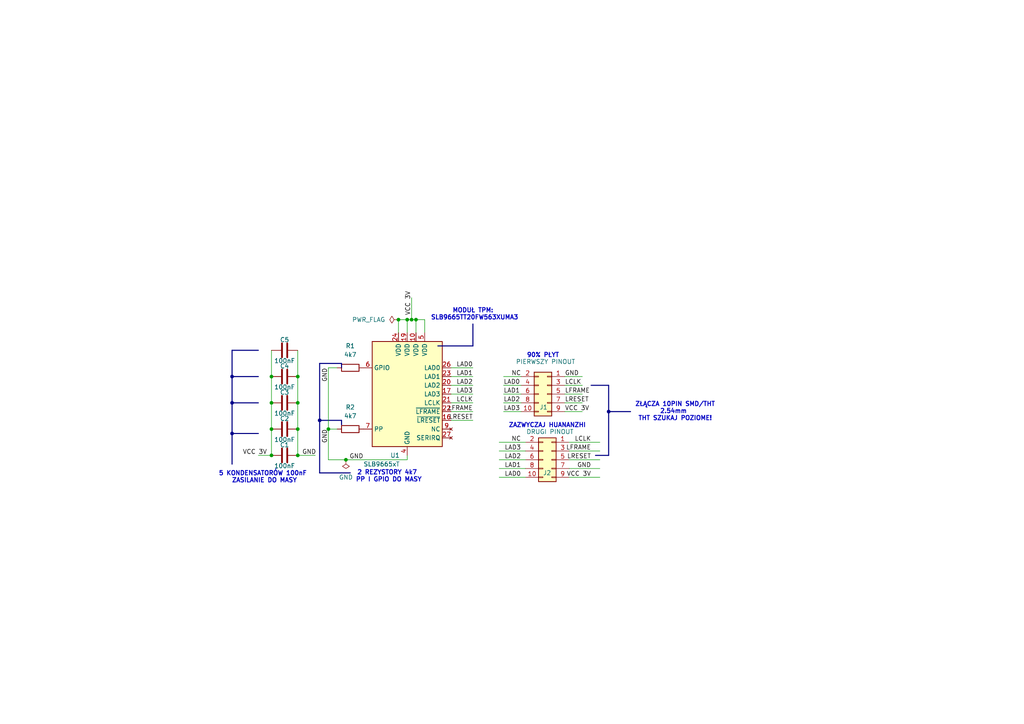
<source format=kicad_sch>
(kicad_sch
	(version 20250114)
	(generator "eeschema")
	(generator_version "9.0")
	(uuid "1181f1c3-1f6e-490b-9843-a31cbee11685")
	(paper "A4")
	(lib_symbols
		(symbol "Connector_Generic:Conn_02x05_Odd_Even"
			(pin_names
				(offset 1.016)
				(hide yes)
			)
			(exclude_from_sim no)
			(in_bom yes)
			(on_board yes)
			(property "Reference" "J"
				(at 1.27 7.62 0)
				(effects
					(font
						(size 1.27 1.27)
					)
				)
			)
			(property "Value" "Conn_02x05_Odd_Even"
				(at 1.27 -7.62 0)
				(effects
					(font
						(size 1.27 1.27)
					)
				)
			)
			(property "Footprint" ""
				(at 0 0 0)
				(effects
					(font
						(size 1.27 1.27)
					)
					(hide yes)
				)
			)
			(property "Datasheet" "~"
				(at 0 0 0)
				(effects
					(font
						(size 1.27 1.27)
					)
					(hide yes)
				)
			)
			(property "Description" "Generic connector, double row, 02x05, odd/even pin numbering scheme (row 1 odd numbers, row 2 even numbers), script generated (kicad-library-utils/schlib/autogen/connector/)"
				(at 0 0 0)
				(effects
					(font
						(size 1.27 1.27)
					)
					(hide yes)
				)
			)
			(property "ki_keywords" "connector"
				(at 0 0 0)
				(effects
					(font
						(size 1.27 1.27)
					)
					(hide yes)
				)
			)
			(property "ki_fp_filters" "Connector*:*_2x??_*"
				(at 0 0 0)
				(effects
					(font
						(size 1.27 1.27)
					)
					(hide yes)
				)
			)
			(symbol "Conn_02x05_Odd_Even_1_1"
				(rectangle
					(start -1.27 6.35)
					(end 3.81 -6.35)
					(stroke
						(width 0.254)
						(type default)
					)
					(fill
						(type background)
					)
				)
				(rectangle
					(start -1.27 5.207)
					(end 0 4.953)
					(stroke
						(width 0.1524)
						(type default)
					)
					(fill
						(type none)
					)
				)
				(rectangle
					(start -1.27 2.667)
					(end 0 2.413)
					(stroke
						(width 0.1524)
						(type default)
					)
					(fill
						(type none)
					)
				)
				(rectangle
					(start -1.27 0.127)
					(end 0 -0.127)
					(stroke
						(width 0.1524)
						(type default)
					)
					(fill
						(type none)
					)
				)
				(rectangle
					(start -1.27 -2.413)
					(end 0 -2.667)
					(stroke
						(width 0.1524)
						(type default)
					)
					(fill
						(type none)
					)
				)
				(rectangle
					(start -1.27 -4.953)
					(end 0 -5.207)
					(stroke
						(width 0.1524)
						(type default)
					)
					(fill
						(type none)
					)
				)
				(rectangle
					(start 3.81 5.207)
					(end 2.54 4.953)
					(stroke
						(width 0.1524)
						(type default)
					)
					(fill
						(type none)
					)
				)
				(rectangle
					(start 3.81 2.667)
					(end 2.54 2.413)
					(stroke
						(width 0.1524)
						(type default)
					)
					(fill
						(type none)
					)
				)
				(rectangle
					(start 3.81 0.127)
					(end 2.54 -0.127)
					(stroke
						(width 0.1524)
						(type default)
					)
					(fill
						(type none)
					)
				)
				(rectangle
					(start 3.81 -2.413)
					(end 2.54 -2.667)
					(stroke
						(width 0.1524)
						(type default)
					)
					(fill
						(type none)
					)
				)
				(rectangle
					(start 3.81 -4.953)
					(end 2.54 -5.207)
					(stroke
						(width 0.1524)
						(type default)
					)
					(fill
						(type none)
					)
				)
				(pin passive line
					(at -5.08 5.08 0)
					(length 3.81)
					(name "Pin_1"
						(effects
							(font
								(size 1.27 1.27)
							)
						)
					)
					(number "1"
						(effects
							(font
								(size 1.27 1.27)
							)
						)
					)
				)
				(pin passive line
					(at -5.08 2.54 0)
					(length 3.81)
					(name "Pin_3"
						(effects
							(font
								(size 1.27 1.27)
							)
						)
					)
					(number "3"
						(effects
							(font
								(size 1.27 1.27)
							)
						)
					)
				)
				(pin passive line
					(at -5.08 0 0)
					(length 3.81)
					(name "Pin_5"
						(effects
							(font
								(size 1.27 1.27)
							)
						)
					)
					(number "5"
						(effects
							(font
								(size 1.27 1.27)
							)
						)
					)
				)
				(pin passive line
					(at -5.08 -2.54 0)
					(length 3.81)
					(name "Pin_7"
						(effects
							(font
								(size 1.27 1.27)
							)
						)
					)
					(number "7"
						(effects
							(font
								(size 1.27 1.27)
							)
						)
					)
				)
				(pin passive line
					(at -5.08 -5.08 0)
					(length 3.81)
					(name "Pin_9"
						(effects
							(font
								(size 1.27 1.27)
							)
						)
					)
					(number "9"
						(effects
							(font
								(size 1.27 1.27)
							)
						)
					)
				)
				(pin passive line
					(at 7.62 5.08 180)
					(length 3.81)
					(name "Pin_2"
						(effects
							(font
								(size 1.27 1.27)
							)
						)
					)
					(number "2"
						(effects
							(font
								(size 1.27 1.27)
							)
						)
					)
				)
				(pin passive line
					(at 7.62 2.54 180)
					(length 3.81)
					(name "Pin_4"
						(effects
							(font
								(size 1.27 1.27)
							)
						)
					)
					(number "4"
						(effects
							(font
								(size 1.27 1.27)
							)
						)
					)
				)
				(pin passive line
					(at 7.62 0 180)
					(length 3.81)
					(name "Pin_6"
						(effects
							(font
								(size 1.27 1.27)
							)
						)
					)
					(number "6"
						(effects
							(font
								(size 1.27 1.27)
							)
						)
					)
				)
				(pin passive line
					(at 7.62 -2.54 180)
					(length 3.81)
					(name "Pin_8"
						(effects
							(font
								(size 1.27 1.27)
							)
						)
					)
					(number "8"
						(effects
							(font
								(size 1.27 1.27)
							)
						)
					)
				)
				(pin passive line
					(at 7.62 -5.08 180)
					(length 3.81)
					(name "Pin_10"
						(effects
							(font
								(size 1.27 1.27)
							)
						)
					)
					(number "10"
						(effects
							(font
								(size 1.27 1.27)
							)
						)
					)
				)
			)
			(embedded_fonts no)
		)
		(symbol "Device:C"
			(pin_numbers
				(hide yes)
			)
			(pin_names
				(offset 0.254)
			)
			(exclude_from_sim no)
			(in_bom yes)
			(on_board yes)
			(property "Reference" "C"
				(at 0.635 2.54 0)
				(effects
					(font
						(size 1.27 1.27)
					)
					(justify left)
				)
			)
			(property "Value" "C"
				(at 0.635 -2.54 0)
				(effects
					(font
						(size 1.27 1.27)
					)
					(justify left)
				)
			)
			(property "Footprint" ""
				(at 0.9652 -3.81 0)
				(effects
					(font
						(size 1.27 1.27)
					)
					(hide yes)
				)
			)
			(property "Datasheet" "~"
				(at 0 0 0)
				(effects
					(font
						(size 1.27 1.27)
					)
					(hide yes)
				)
			)
			(property "Description" "Unpolarized capacitor"
				(at 0 0 0)
				(effects
					(font
						(size 1.27 1.27)
					)
					(hide yes)
				)
			)
			(property "ki_keywords" "cap capacitor"
				(at 0 0 0)
				(effects
					(font
						(size 1.27 1.27)
					)
					(hide yes)
				)
			)
			(property "ki_fp_filters" "C_*"
				(at 0 0 0)
				(effects
					(font
						(size 1.27 1.27)
					)
					(hide yes)
				)
			)
			(symbol "C_0_1"
				(polyline
					(pts
						(xy -2.032 0.762) (xy 2.032 0.762)
					)
					(stroke
						(width 0.508)
						(type default)
					)
					(fill
						(type none)
					)
				)
				(polyline
					(pts
						(xy -2.032 -0.762) (xy 2.032 -0.762)
					)
					(stroke
						(width 0.508)
						(type default)
					)
					(fill
						(type none)
					)
				)
			)
			(symbol "C_1_1"
				(pin passive line
					(at 0 3.81 270)
					(length 2.794)
					(name "~"
						(effects
							(font
								(size 1.27 1.27)
							)
						)
					)
					(number "1"
						(effects
							(font
								(size 1.27 1.27)
							)
						)
					)
				)
				(pin passive line
					(at 0 -3.81 90)
					(length 2.794)
					(name "~"
						(effects
							(font
								(size 1.27 1.27)
							)
						)
					)
					(number "2"
						(effects
							(font
								(size 1.27 1.27)
							)
						)
					)
				)
			)
			(embedded_fonts no)
		)
		(symbol "Device:R"
			(pin_numbers
				(hide yes)
			)
			(pin_names
				(offset 0)
			)
			(exclude_from_sim no)
			(in_bom yes)
			(on_board yes)
			(property "Reference" "R"
				(at 2.032 0 90)
				(effects
					(font
						(size 1.27 1.27)
					)
				)
			)
			(property "Value" "R"
				(at 0 0 90)
				(effects
					(font
						(size 1.27 1.27)
					)
				)
			)
			(property "Footprint" ""
				(at -1.778 0 90)
				(effects
					(font
						(size 1.27 1.27)
					)
					(hide yes)
				)
			)
			(property "Datasheet" "~"
				(at 0 0 0)
				(effects
					(font
						(size 1.27 1.27)
					)
					(hide yes)
				)
			)
			(property "Description" "Resistor"
				(at 0 0 0)
				(effects
					(font
						(size 1.27 1.27)
					)
					(hide yes)
				)
			)
			(property "ki_keywords" "R res resistor"
				(at 0 0 0)
				(effects
					(font
						(size 1.27 1.27)
					)
					(hide yes)
				)
			)
			(property "ki_fp_filters" "R_*"
				(at 0 0 0)
				(effects
					(font
						(size 1.27 1.27)
					)
					(hide yes)
				)
			)
			(symbol "R_0_1"
				(rectangle
					(start -1.016 -2.54)
					(end 1.016 2.54)
					(stroke
						(width 0.254)
						(type default)
					)
					(fill
						(type none)
					)
				)
			)
			(symbol "R_1_1"
				(pin passive line
					(at 0 3.81 270)
					(length 1.27)
					(name "~"
						(effects
							(font
								(size 1.27 1.27)
							)
						)
					)
					(number "1"
						(effects
							(font
								(size 1.27 1.27)
							)
						)
					)
				)
				(pin passive line
					(at 0 -3.81 90)
					(length 1.27)
					(name "~"
						(effects
							(font
								(size 1.27 1.27)
							)
						)
					)
					(number "2"
						(effects
							(font
								(size 1.27 1.27)
							)
						)
					)
				)
			)
			(embedded_fonts no)
		)
		(symbol "Interface:SLB9665xT"
			(exclude_from_sim no)
			(in_bom yes)
			(on_board yes)
			(property "Reference" "U1"
				(at 2.1433 -17.78 0)
				(effects
					(font
						(size 1.27 1.27)
					)
					(justify left)
				)
			)
			(property "Value" "SLB9665xT"
				(at 2.1433 -20.32 0)
				(effects
					(font
						(size 1.27 1.27)
					)
					(justify left)
				)
			)
			(property "Footprint" "Package_SO:TSSOP-28_4.4x9.7mm_P0.65mm"
				(at 1.27 -16.51 0)
				(effects
					(font
						(size 1.27 1.27)
					)
					(justify left)
					(hide yes)
				)
			)
			(property "Datasheet" "https://www.infineon.com/dgdl/Infineon-data-sheet-SLB9665_2.0_Rev1.2-DS-v01_02-EN.pdf?fileId=5546d462689a790c016929d1d3054feb"
				(at 1.27 -19.05 0)
				(effects
					(font
						(size 1.27 1.27)
					)
					(justify left)
					(hide yes)
				)
			)
			(property "Description" "Trusted Platform Module 2.0 with Low Pin Count interface, TSSOP-28"
				(at -0.508 0 0)
				(effects
					(font
						(size 1.27 1.27)
					)
					(hide yes)
				)
			)
			(property "ki_keywords" "TPM LPC"
				(at 0 0 0)
				(effects
					(font
						(size 1.27 1.27)
					)
					(hide yes)
				)
			)
			(property "ki_fp_filters" "TSSOP*4.4x9.7mm*P0.65mm*"
				(at 0 0 0)
				(effects
					(font
						(size 1.27 1.27)
					)
					(hide yes)
				)
			)
			(symbol "SLB9665xT_0_0"
				(pin tri_state line
					(at -12.7 7.62 0)
					(length 2.54)
					(name "LAD0"
						(effects
							(font
								(size 1.27 1.27)
							)
						)
					)
					(number "26"
						(effects
							(font
								(size 1.27 1.27)
							)
						)
					)
				)
				(pin tri_state line
					(at -12.7 5.08 0)
					(length 2.54)
					(name "LAD1"
						(effects
							(font
								(size 1.27 1.27)
							)
						)
					)
					(number "23"
						(effects
							(font
								(size 1.27 1.27)
							)
						)
					)
				)
				(pin tri_state line
					(at -12.7 2.54 0)
					(length 2.54)
					(name "LAD2"
						(effects
							(font
								(size 1.27 1.27)
							)
						)
					)
					(number "20"
						(effects
							(font
								(size 1.27 1.27)
							)
						)
					)
				)
				(pin tri_state line
					(at -12.7 0 0)
					(length 2.54)
					(name "LAD3"
						(effects
							(font
								(size 1.27 1.27)
							)
						)
					)
					(number "17"
						(effects
							(font
								(size 1.27 1.27)
							)
						)
					)
				)
				(pin input line
					(at -12.7 -2.54 0)
					(length 2.54)
					(name "LCLK"
						(effects
							(font
								(size 1.27 1.27)
							)
						)
					)
					(number "21"
						(effects
							(font
								(size 1.27 1.27)
							)
						)
					)
				)
				(pin input line
					(at -12.7 -5.08 0)
					(length 2.54)
					(name "~{LFRAME}"
						(effects
							(font
								(size 1.27 1.27)
							)
						)
					)
					(number "22"
						(effects
							(font
								(size 1.27 1.27)
							)
						)
					)
				)
				(pin input line
					(at -12.7 -7.62 0)
					(length 2.54)
					(name "~{LRESET}"
						(effects
							(font
								(size 1.27 1.27)
							)
						)
					)
					(number "16"
						(effects
							(font
								(size 1.27 1.27)
							)
						)
					)
				)
				(pin no_connect line
					(at -12.7 -10.16 0)
					(length 2.54)
					(name "NC"
						(effects
							(font
								(size 1.27 1.27)
							)
						)
					)
					(number "9"
						(effects
							(font
								(size 1.27 1.27)
							)
						)
					)
				)
				(pin no_connect line
					(at -10.16 10.16 0)
					(length 2.54)
					(hide yes)
					(name "NC"
						(effects
							(font
								(size 1.27 1.27)
							)
						)
					)
					(number "1"
						(effects
							(font
								(size 1.27 1.27)
							)
						)
					)
				)
				(pin power_in line
					(at -5.08 17.78 270)
					(length 2.54)
					(name "VDD"
						(effects
							(font
								(size 1.27 1.27)
							)
						)
					)
					(number "5"
						(effects
							(font
								(size 1.27 1.27)
							)
						)
					)
				)
				(pin power_in line
					(at -2.54 17.78 270)
					(length 2.54)
					(name "VDD"
						(effects
							(font
								(size 1.27 1.27)
							)
						)
					)
					(number "10"
						(effects
							(font
								(size 1.27 1.27)
							)
						)
					)
				)
				(pin power_in line
					(at 0 17.78 270)
					(length 2.54)
					(name "VDD"
						(effects
							(font
								(size 1.27 1.27)
							)
						)
					)
					(number "19"
						(effects
							(font
								(size 1.27 1.27)
							)
						)
					)
				)
				(pin passive line
					(at 0 -17.78 90)
					(length 2.54)
					(hide yes)
					(name "GND"
						(effects
							(font
								(size 1.27 1.27)
							)
						)
					)
					(number "11"
						(effects
							(font
								(size 1.27 1.27)
							)
						)
					)
				)
				(pin passive line
					(at 0 -17.78 90)
					(length 2.54)
					(hide yes)
					(name "GND"
						(effects
							(font
								(size 1.27 1.27)
							)
						)
					)
					(number "18"
						(effects
							(font
								(size 1.27 1.27)
							)
						)
					)
				)
				(pin passive line
					(at 0 -17.78 90)
					(length 2.54)
					(hide yes)
					(name "GND"
						(effects
							(font
								(size 1.27 1.27)
							)
						)
					)
					(number "25"
						(effects
							(font
								(size 1.27 1.27)
							)
						)
					)
				)
				(pin power_in line
					(at 0 -17.78 90)
					(length 2.54)
					(name "GND"
						(effects
							(font
								(size 1.27 1.27)
							)
						)
					)
					(number "4"
						(effects
							(font
								(size 1.27 1.27)
							)
						)
					)
				)
				(pin power_in line
					(at 2.54 17.78 270)
					(length 2.54)
					(name "VDD"
						(effects
							(font
								(size 1.27 1.27)
							)
						)
					)
					(number "24"
						(effects
							(font
								(size 1.27 1.27)
							)
						)
					)
				)
				(pin no_connect line
					(at 10.16 12.7 180)
					(length 2.54)
					(hide yes)
					(name "NC"
						(effects
							(font
								(size 1.27 1.27)
							)
						)
					)
					(number "2"
						(effects
							(font
								(size 1.27 1.27)
							)
						)
					)
				)
				(pin no_connect line
					(at 10.16 10.16 180)
					(length 2.54)
					(hide yes)
					(name "NC"
						(effects
							(font
								(size 1.27 1.27)
							)
						)
					)
					(number "3"
						(effects
							(font
								(size 1.27 1.27)
							)
						)
					)
				)
				(pin no_connect line
					(at 10.16 5.08 180)
					(length 2.54)
					(hide yes)
					(name "NC"
						(effects
							(font
								(size 1.27 1.27)
							)
						)
					)
					(number "8"
						(effects
							(font
								(size 1.27 1.27)
							)
						)
					)
				)
				(pin no_connect line
					(at 10.16 2.54 180)
					(length 2.54)
					(hide yes)
					(name "NC"
						(effects
							(font
								(size 1.27 1.27)
							)
						)
					)
					(number "12"
						(effects
							(font
								(size 1.27 1.27)
							)
						)
					)
				)
				(pin no_connect line
					(at 10.16 0 180)
					(length 2.54)
					(hide yes)
					(name "NC"
						(effects
							(font
								(size 1.27 1.27)
							)
						)
					)
					(number "13"
						(effects
							(font
								(size 1.27 1.27)
							)
						)
					)
				)
				(pin no_connect line
					(at 10.16 -2.54 180)
					(length 2.54)
					(hide yes)
					(name "NC"
						(effects
							(font
								(size 1.27 1.27)
							)
						)
					)
					(number "14"
						(effects
							(font
								(size 1.27 1.27)
							)
						)
					)
				)
				(pin no_connect line
					(at 10.16 -5.08 180)
					(length 2.54)
					(hide yes)
					(name "NC"
						(effects
							(font
								(size 1.27 1.27)
							)
						)
					)
					(number "15"
						(effects
							(font
								(size 1.27 1.27)
							)
						)
					)
				)
				(pin no_connect line
					(at 10.16 -7.62 180)
					(length 2.54)
					(hide yes)
					(name "NC"
						(effects
							(font
								(size 1.27 1.27)
							)
						)
					)
					(number "28"
						(effects
							(font
								(size 1.27 1.27)
							)
						)
					)
				)
				(pin input line
					(at 12.7 -10.16 180)
					(length 2.54)
					(name "PP"
						(effects
							(font
								(size 1.27 1.27)
							)
						)
					)
					(number "7"
						(effects
							(font
								(size 1.27 1.27)
							)
						)
					)
				)
			)
			(symbol "SLB9665xT_1_0"
				(pin no_connect line
					(at -12.7 -12.7 0)
					(length 2.54)
					(name "SERIRQ"
						(effects
							(font
								(size 1.27 1.27)
							)
						)
					)
					(number "27"
						(effects
							(font
								(size 1.27 1.27)
							)
						)
					)
				)
				(pin bidirectional line
					(at 12.7 7.62 180)
					(length 2.54)
					(name "GPIO"
						(effects
							(font
								(size 1.27 1.27)
							)
						)
					)
					(number "6"
						(effects
							(font
								(size 1.27 1.27)
							)
						)
					)
				)
			)
			(symbol "SLB9665xT_1_1"
				(rectangle
					(start -10.16 15.24)
					(end 10.16 -15.24)
					(stroke
						(width 0.254)
						(type default)
					)
					(fill
						(type background)
					)
				)
			)
			(embedded_fonts no)
		)
		(symbol "power:PWR_FLAG"
			(power)
			(pin_numbers
				(hide yes)
			)
			(pin_names
				(offset 0)
				(hide yes)
			)
			(exclude_from_sim no)
			(in_bom yes)
			(on_board yes)
			(property "Reference" "#FLG"
				(at 0 1.905 0)
				(effects
					(font
						(size 1.27 1.27)
					)
					(hide yes)
				)
			)
			(property "Value" "PWR_FLAG"
				(at 0 3.81 0)
				(effects
					(font
						(size 1.27 1.27)
					)
				)
			)
			(property "Footprint" ""
				(at 0 0 0)
				(effects
					(font
						(size 1.27 1.27)
					)
					(hide yes)
				)
			)
			(property "Datasheet" "~"
				(at 0 0 0)
				(effects
					(font
						(size 1.27 1.27)
					)
					(hide yes)
				)
			)
			(property "Description" "Special symbol for telling ERC where power comes from"
				(at 0 0 0)
				(effects
					(font
						(size 1.27 1.27)
					)
					(hide yes)
				)
			)
			(property "ki_keywords" "flag power"
				(at 0 0 0)
				(effects
					(font
						(size 1.27 1.27)
					)
					(hide yes)
				)
			)
			(symbol "PWR_FLAG_0_0"
				(pin power_out line
					(at 0 0 90)
					(length 0)
					(name "~"
						(effects
							(font
								(size 1.27 1.27)
							)
						)
					)
					(number "1"
						(effects
							(font
								(size 1.27 1.27)
							)
						)
					)
				)
			)
			(symbol "PWR_FLAG_0_1"
				(polyline
					(pts
						(xy 0 0) (xy 0 1.27) (xy -1.016 1.905) (xy 0 2.54) (xy 1.016 1.905) (xy 0 1.27)
					)
					(stroke
						(width 0)
						(type default)
					)
					(fill
						(type none)
					)
				)
			)
			(embedded_fonts no)
		)
	)
	(text "ZŁĄCZA 10PIN SMD/THT\n2.54mm \nTHT SZUKAJ POZIOME!"
		(exclude_from_sim no)
		(at 195.834 119.38 0)
		(effects
			(font
				(size 1.27 1.27)
				(thickness 0.254)
				(bold yes)
			)
		)
		(uuid "35338100-6fb9-4b12-b7c4-208da7b4b3ff")
	)
	(text "2 REZYSTORY 4k7 \nPP I GPIO DO MASY"
		(exclude_from_sim no)
		(at 112.776 138.176 0)
		(effects
			(font
				(size 1.27 1.27)
				(thickness 0.254)
				(bold yes)
			)
		)
		(uuid "65e59660-c7e9-4eef-a824-ef4ca366e154")
	)
	(text "5 KONDENSATORÓW 100nF \nZASILANIE DO MASY"
		(exclude_from_sim no)
		(at 76.708 138.43 0)
		(effects
			(font
				(size 1.27 1.27)
				(thickness 0.254)
				(bold yes)
			)
		)
		(uuid "72bc4452-ad35-41cc-88f9-3d50e20d6ee0")
	)
	(text "MODUŁ TPM: \nSLB9665TT20FW563XUMA3"
		(exclude_from_sim no)
		(at 137.668 91.186 0)
		(effects
			(font
				(size 1.27 1.27)
				(thickness 0.254)
				(bold yes)
			)
		)
		(uuid "b9172127-8888-4049-8ef5-813c0dd52729")
	)
	(text "ZAZWYCZAJ HUANANZHI"
		(exclude_from_sim no)
		(at 158.75 123.444 0)
		(effects
			(font
				(size 1.27 1.27)
				(thickness 0.254)
				(bold yes)
			)
		)
		(uuid "cf99e529-9806-48f8-b6f4-839b60e3bc32")
	)
	(text "90% PŁYT \n"
		(exclude_from_sim no)
		(at 157.988 103.124 0)
		(effects
			(font
				(size 1.27 1.27)
				(thickness 0.254)
				(bold yes)
			)
		)
		(uuid "f4cf80de-45e1-46cf-8155-0bbfd85c91e5")
	)
	(junction
		(at 78.74 109.22)
		(diameter 0)
		(color 0 0 0 0)
		(uuid "092cb506-bf04-4852-bf70-0992be34c3fe")
	)
	(junction
		(at 176.53 119.38)
		(diameter 0)
		(color 0 0 0 0)
		(uuid "11d8a7b4-1a71-44e3-b028-e69237238830")
	)
	(junction
		(at 118.11 92.71)
		(diameter 0)
		(color 0 0 0 0)
		(uuid "1b118480-523e-4a71-ae9a-7325783aea6e")
	)
	(junction
		(at 86.36 124.46)
		(diameter 0)
		(color 0 0 0 0)
		(uuid "28d6e741-6f93-4bae-ab25-2a50fba83fbc")
	)
	(junction
		(at 86.36 109.22)
		(diameter 0)
		(color 0 0 0 0)
		(uuid "2da9b801-15ef-4fae-94d8-5bf4e980db25")
	)
	(junction
		(at 100.33 133.35)
		(diameter 0)
		(color 0 0 0 0)
		(uuid "5f762ac6-a3f2-4710-b5fb-67657570ed01")
	)
	(junction
		(at 86.36 116.84)
		(diameter 0)
		(color 0 0 0 0)
		(uuid "652c13cd-c134-429d-bc00-7a1fabe92b30")
	)
	(junction
		(at 78.74 124.46)
		(diameter 0)
		(color 0 0 0 0)
		(uuid "729fa0de-23e8-4536-876e-6428bf6de76c")
	)
	(junction
		(at 67.31 109.22)
		(diameter 0)
		(color 0 0 0 0)
		(uuid "7706d2f7-424e-41fc-8beb-99f7e2980b4d")
	)
	(junction
		(at 120.65 92.71)
		(diameter 0)
		(color 0 0 0 0)
		(uuid "8c5b1ef1-b9ba-4dac-8e5e-fd55df139049")
	)
	(junction
		(at 78.74 116.84)
		(diameter 0)
		(color 0 0 0 0)
		(uuid "a1ea5a9d-837c-42e7-a6b6-247c8f67ca71")
	)
	(junction
		(at 86.36 132.08)
		(diameter 0)
		(color 0 0 0 0)
		(uuid "b96ae434-4ec0-4582-a1d4-b1ca2362882f")
	)
	(junction
		(at 95.25 124.46)
		(diameter 0)
		(color 0 0 0 0)
		(uuid "d4a9391f-1b1e-49c4-ae26-704f5e675a21")
	)
	(junction
		(at 115.57 92.71)
		(diameter 0)
		(color 0 0 0 0)
		(uuid "e1352abc-5ae0-4640-863e-a0fa96bc0a6c")
	)
	(junction
		(at 92.71 121.92)
		(diameter 0)
		(color 0 0 0 0)
		(uuid "e13e2817-3da4-43b9-9a97-051d576dcbc6")
	)
	(junction
		(at 78.74 132.08)
		(diameter 0)
		(color 0 0 0 0)
		(uuid "e40dc978-c460-4bea-b3fb-c912576077c9")
	)
	(junction
		(at 119.38 92.71)
		(diameter 0)
		(color 0 0 0 0)
		(uuid "e5c98640-ed53-4032-9316-0239026bad1f")
	)
	(junction
		(at 67.31 116.84)
		(diameter 0)
		(color 0 0 0 0)
		(uuid "eb7fb734-a20f-4ec7-9a14-1a2e720c683a")
	)
	(junction
		(at 67.31 125.73)
		(diameter 0)
		(color 0 0 0 0)
		(uuid "f9c452ba-7b9d-47e8-b413-f29a46efac0b")
	)
	(bus
		(pts
			(xy 92.71 137.16) (xy 92.71 121.92)
		)
		(stroke
			(width 0)
			(type default)
		)
		(uuid "005a0e89-8309-4b5f-9459-eade99f78f09")
	)
	(wire
		(pts
			(xy 118.11 133.35) (xy 118.11 132.08)
		)
		(stroke
			(width 0)
			(type default)
		)
		(uuid "05fef0a6-3c34-47b8-a8c7-c5dca8dda67b")
	)
	(wire
		(pts
			(xy 163.83 114.3) (xy 168.91 114.3)
		)
		(stroke
			(width 0)
			(type default)
		)
		(uuid "0765e549-2875-462f-9f72-d970c2db33f9")
	)
	(bus
		(pts
			(xy 182.88 119.38) (xy 176.53 119.38)
		)
		(stroke
			(width 0)
			(type default)
		)
		(uuid "078b998a-7e05-4298-aca1-d5856be8d257")
	)
	(wire
		(pts
			(xy 144.78 128.27) (xy 152.4 128.27)
		)
		(stroke
			(width 0)
			(type default)
		)
		(uuid "116cc716-8a50-455c-b917-0b1b6e9d181f")
	)
	(wire
		(pts
			(xy 78.74 116.84) (xy 78.74 124.46)
		)
		(stroke
			(width 0)
			(type default)
		)
		(uuid "11cb6626-a851-4151-b195-b5d3bb16d304")
	)
	(bus
		(pts
			(xy 99.06 121.92) (xy 99.06 123.19)
		)
		(stroke
			(width 0)
			(type default)
		)
		(uuid "12299c74-568f-4432-a800-48c831b74181")
	)
	(wire
		(pts
			(xy 146.05 119.38) (xy 151.13 119.38)
		)
		(stroke
			(width 0)
			(type default)
		)
		(uuid "15052b1e-1a79-4a95-a16f-7d140b549ae4")
	)
	(bus
		(pts
			(xy 172.72 132.08) (xy 176.53 132.08)
		)
		(stroke
			(width 0)
			(type default)
		)
		(uuid "1903662a-fa61-439d-aea6-ffedfec6d17d")
	)
	(bus
		(pts
			(xy 67.31 134.62) (xy 67.31 125.73)
		)
		(stroke
			(width 0)
			(type default)
		)
		(uuid "1fc74191-1134-4102-86d9-af4be0ce358d")
	)
	(wire
		(pts
			(xy 78.74 124.46) (xy 78.74 132.08)
		)
		(stroke
			(width 0)
			(type default)
		)
		(uuid "21d9b41a-b330-4eac-9d49-22c1b1086a25")
	)
	(wire
		(pts
			(xy 130.81 114.3) (xy 137.16 114.3)
		)
		(stroke
			(width 0)
			(type default)
		)
		(uuid "24bbc9ed-0e18-4b72-9607-3682a86b24a0")
	)
	(bus
		(pts
			(xy 92.71 105.41) (xy 99.06 105.41)
		)
		(stroke
			(width 0)
			(type default)
		)
		(uuid "27e2f4cd-c99c-4a99-ab72-bdbddc271f85")
	)
	(wire
		(pts
			(xy 120.65 92.71) (xy 120.65 96.52)
		)
		(stroke
			(width 0)
			(type default)
		)
		(uuid "2a33ef16-2f05-4013-ad17-94e7e56dea43")
	)
	(bus
		(pts
			(xy 99.06 105.41) (xy 99.06 106.68)
		)
		(stroke
			(width 0)
			(type default)
		)
		(uuid "2a41a7d3-ffca-43d0-9ea8-8fad28226e41")
	)
	(wire
		(pts
			(xy 86.36 132.08) (xy 91.44 132.08)
		)
		(stroke
			(width 0)
			(type default)
		)
		(uuid "2af093e0-e3c8-4751-b9e9-e7220b5746fe")
	)
	(wire
		(pts
			(xy 165.1 130.81) (xy 173.99 130.81)
		)
		(stroke
			(width 0)
			(type default)
		)
		(uuid "36196ee2-13a8-49b6-88c0-f23467bfc895")
	)
	(wire
		(pts
			(xy 163.83 109.22) (xy 168.91 109.22)
		)
		(stroke
			(width 0)
			(type default)
		)
		(uuid "38176d9d-4797-4527-8b4d-9f8aec1faebd")
	)
	(bus
		(pts
			(xy 101.6 137.16) (xy 92.71 137.16)
		)
		(stroke
			(width 0)
			(type default)
		)
		(uuid "3ab3b046-299d-4c4a-87c6-6005dcb1402b")
	)
	(wire
		(pts
			(xy 130.81 119.38) (xy 137.16 119.38)
		)
		(stroke
			(width 0)
			(type default)
		)
		(uuid "3e509a9f-8768-4649-8caf-7fa2f4d65377")
	)
	(bus
		(pts
			(xy 67.31 101.6) (xy 74.93 101.6)
		)
		(stroke
			(width 0)
			(type default)
		)
		(uuid "3ed68a2c-1e41-4aa2-9ba0-31e136255ccb")
	)
	(wire
		(pts
			(xy 100.33 133.35) (xy 118.11 133.35)
		)
		(stroke
			(width 0)
			(type default)
		)
		(uuid "3f579e93-a190-4cf2-8fdc-de353e0c7377")
	)
	(wire
		(pts
			(xy 86.36 124.46) (xy 86.36 132.08)
		)
		(stroke
			(width 0)
			(type default)
		)
		(uuid "41decd5a-c822-4964-93cf-269d450d6c8a")
	)
	(bus
		(pts
			(xy 137.16 93.98) (xy 137.16 100.33)
		)
		(stroke
			(width 0)
			(type default)
		)
		(uuid "445376e0-373b-47e2-a5d2-0c26eb3a853c")
	)
	(bus
		(pts
			(xy 92.71 121.92) (xy 99.06 121.92)
		)
		(stroke
			(width 0)
			(type default)
		)
		(uuid "481a914c-1e46-444b-8622-5e2b0ba9246a")
	)
	(wire
		(pts
			(xy 165.1 138.43) (xy 173.99 138.43)
		)
		(stroke
			(width 0)
			(type default)
		)
		(uuid "48e04f48-436d-4d94-af23-0a96993ad9c2")
	)
	(wire
		(pts
			(xy 119.38 86.36) (xy 119.38 92.71)
		)
		(stroke
			(width 0)
			(type default)
		)
		(uuid "4c39de6d-5256-4ae3-9d3b-25a900ffc5b2")
	)
	(wire
		(pts
			(xy 130.81 111.76) (xy 137.16 111.76)
		)
		(stroke
			(width 0)
			(type default)
		)
		(uuid "56aef086-8168-4ea4-b3e7-9974d5553c06")
	)
	(bus
		(pts
			(xy 67.31 125.73) (xy 74.93 125.73)
		)
		(stroke
			(width 0)
			(type default)
		)
		(uuid "60a497d7-5392-4fac-9f2f-b9d6d73c5705")
	)
	(bus
		(pts
			(xy 92.71 121.92) (xy 92.71 105.41)
		)
		(stroke
			(width 0)
			(type default)
		)
		(uuid "642a9253-2532-45ce-be54-0286d29c7050")
	)
	(bus
		(pts
			(xy 171.45 111.76) (xy 176.53 111.76)
		)
		(stroke
			(width 0)
			(type default)
		)
		(uuid "658bf521-e3d1-4e0b-9f6f-a80ce378d33a")
	)
	(wire
		(pts
			(xy 146.05 116.84) (xy 151.13 116.84)
		)
		(stroke
			(width 0)
			(type default)
		)
		(uuid "680266e7-2757-4c73-8d45-69fe1d4d64ac")
	)
	(wire
		(pts
			(xy 168.91 111.76) (xy 163.83 111.76)
		)
		(stroke
			(width 0)
			(type default)
		)
		(uuid "6810f06d-070b-4359-a8dd-1a0e7ac1d49c")
	)
	(wire
		(pts
			(xy 119.38 92.71) (xy 120.65 92.71)
		)
		(stroke
			(width 0)
			(type default)
		)
		(uuid "69d4c33c-ce9f-4975-a46b-c176f59891be")
	)
	(wire
		(pts
			(xy 163.83 119.38) (xy 168.91 119.38)
		)
		(stroke
			(width 0)
			(type default)
		)
		(uuid "6b0d4689-aa56-42fd-8a50-5b5c860137c6")
	)
	(wire
		(pts
			(xy 144.78 135.89) (xy 152.4 135.89)
		)
		(stroke
			(width 0)
			(type default)
		)
		(uuid "726ced58-7e58-45b7-9c3b-be935916114a")
	)
	(wire
		(pts
			(xy 130.81 106.68) (xy 137.16 106.68)
		)
		(stroke
			(width 0)
			(type default)
		)
		(uuid "72eaaa03-e1c8-4a59-9526-9ce1fdba281c")
	)
	(wire
		(pts
			(xy 165.1 135.89) (xy 173.99 135.89)
		)
		(stroke
			(width 0)
			(type default)
		)
		(uuid "75075086-e149-4a3e-a8c3-56c0f56bc158")
	)
	(bus
		(pts
			(xy 67.31 125.73) (xy 67.31 116.84)
		)
		(stroke
			(width 0)
			(type default)
		)
		(uuid "75bfd74b-d3e8-4b9e-b465-ffeb83238f7b")
	)
	(bus
		(pts
			(xy 67.31 116.84) (xy 67.31 109.22)
		)
		(stroke
			(width 0)
			(type default)
		)
		(uuid "7a59016c-ac15-47cc-b506-3d1d73007c4e")
	)
	(wire
		(pts
			(xy 118.11 92.71) (xy 119.38 92.71)
		)
		(stroke
			(width 0)
			(type default)
		)
		(uuid "7bba7c54-58b5-42b9-913a-5e00b7efd3e9")
	)
	(bus
		(pts
			(xy 67.31 116.84) (xy 74.93 116.84)
		)
		(stroke
			(width 0)
			(type default)
		)
		(uuid "80cd72bd-cf3e-43c7-b8ef-1197a365a29f")
	)
	(wire
		(pts
			(xy 146.05 111.76) (xy 151.13 111.76)
		)
		(stroke
			(width 0)
			(type default)
		)
		(uuid "8561382d-3c47-4e84-842e-4e4b85991e03")
	)
	(wire
		(pts
			(xy 130.81 116.84) (xy 137.16 116.84)
		)
		(stroke
			(width 0)
			(type default)
		)
		(uuid "8703e5a0-7850-4f77-b9b3-4bed1d14cfc3")
	)
	(wire
		(pts
			(xy 144.78 133.35) (xy 152.4 133.35)
		)
		(stroke
			(width 0)
			(type default)
		)
		(uuid "8a6d6146-8813-47ce-9109-8737ebbf9738")
	)
	(bus
		(pts
			(xy 176.53 119.38) (xy 176.53 132.08)
		)
		(stroke
			(width 0)
			(type default)
		)
		(uuid "8b67f55b-d731-4347-a525-cf610480b8b4")
	)
	(wire
		(pts
			(xy 165.1 133.35) (xy 173.99 133.35)
		)
		(stroke
			(width 0)
			(type default)
		)
		(uuid "8e6a8118-a1c8-425e-b3c7-d4317a53f3ed")
	)
	(wire
		(pts
			(xy 144.78 138.43) (xy 152.4 138.43)
		)
		(stroke
			(width 0)
			(type default)
		)
		(uuid "979158cc-1ff4-4489-852a-ed61b001e60d")
	)
	(bus
		(pts
			(xy 127 100.33) (xy 137.16 100.33)
		)
		(stroke
			(width 0)
			(type default)
		)
		(uuid "9a41cb6b-f2b3-44c0-a777-9d0e2925f77a")
	)
	(bus
		(pts
			(xy 67.31 109.22) (xy 74.93 109.22)
		)
		(stroke
			(width 0)
			(type default)
		)
		(uuid "9edcaf13-89a2-45cb-ab03-7af1038d6eb1")
	)
	(wire
		(pts
			(xy 95.25 124.46) (xy 95.25 106.68)
		)
		(stroke
			(width 0)
			(type default)
		)
		(uuid "a945b931-3d45-498d-9905-f327679ed97f")
	)
	(wire
		(pts
			(xy 120.65 92.71) (xy 123.19 92.71)
		)
		(stroke
			(width 0)
			(type default)
		)
		(uuid "ae468846-905c-435d-9067-0a71128d0828")
	)
	(bus
		(pts
			(xy 67.31 109.22) (xy 67.31 101.6)
		)
		(stroke
			(width 0)
			(type default)
		)
		(uuid "b0719ed7-0f20-448a-84e7-bcdf115fb4ff")
	)
	(wire
		(pts
			(xy 144.78 130.81) (xy 152.4 130.81)
		)
		(stroke
			(width 0)
			(type default)
		)
		(uuid "b2c5dc33-86fa-42f3-889d-5b8a29365fb3")
	)
	(wire
		(pts
			(xy 86.36 101.6) (xy 86.36 109.22)
		)
		(stroke
			(width 0)
			(type default)
		)
		(uuid "b334339e-cefd-4167-a5e7-7f6422325cec")
	)
	(wire
		(pts
			(xy 146.05 114.3) (xy 151.13 114.3)
		)
		(stroke
			(width 0)
			(type default)
		)
		(uuid "b53de9f3-5721-485d-b452-88acbf7f9939")
	)
	(wire
		(pts
			(xy 118.11 92.71) (xy 118.11 96.52)
		)
		(stroke
			(width 0)
			(type default)
		)
		(uuid "b88990cf-cbd4-4be1-877e-ff60116d7f43")
	)
	(wire
		(pts
			(xy 95.25 133.35) (xy 95.25 124.46)
		)
		(stroke
			(width 0)
			(type default)
		)
		(uuid "c9fb17aa-00d0-457f-b29e-3cf424167a7d")
	)
	(wire
		(pts
			(xy 95.25 133.35) (xy 100.33 133.35)
		)
		(stroke
			(width 0)
			(type default)
		)
		(uuid "ca540e94-390b-4f3a-b6ac-90543372bcae")
	)
	(wire
		(pts
			(xy 86.36 109.22) (xy 86.36 116.84)
		)
		(stroke
			(width 0)
			(type default)
		)
		(uuid "db6b5008-830f-4d23-91e4-36733f4aeecf")
	)
	(bus
		(pts
			(xy 176.53 119.38) (xy 176.53 111.76)
		)
		(stroke
			(width 0)
			(type default)
		)
		(uuid "dbdbd61d-5dd9-491b-a9ef-334792976954")
	)
	(wire
		(pts
			(xy 130.81 109.22) (xy 137.16 109.22)
		)
		(stroke
			(width 0)
			(type default)
		)
		(uuid "dc4f9bde-7e79-45a7-88e3-d0dd8a96e997")
	)
	(wire
		(pts
			(xy 78.74 109.22) (xy 78.74 116.84)
		)
		(stroke
			(width 0)
			(type default)
		)
		(uuid "deb6ddae-26f7-4305-b722-51fe8dc0bee6")
	)
	(wire
		(pts
			(xy 78.74 101.6) (xy 78.74 109.22)
		)
		(stroke
			(width 0)
			(type default)
		)
		(uuid "e01a343b-8679-42d1-8f37-7f738d848387")
	)
	(wire
		(pts
			(xy 86.36 116.84) (xy 86.36 124.46)
		)
		(stroke
			(width 0)
			(type default)
		)
		(uuid "e4387491-7a82-4139-8896-09d2f660a4b7")
	)
	(wire
		(pts
			(xy 123.19 92.71) (xy 123.19 96.52)
		)
		(stroke
			(width 0)
			(type default)
		)
		(uuid "e4ca2df6-6ff4-40ee-833a-bef68ed7b2d7")
	)
	(wire
		(pts
			(xy 74.93 132.08) (xy 78.74 132.08)
		)
		(stroke
			(width 0)
			(type default)
		)
		(uuid "e5f8de45-c4cb-43ef-9cf9-6841539bd512")
	)
	(wire
		(pts
			(xy 165.1 128.27) (xy 173.99 128.27)
		)
		(stroke
			(width 0)
			(type default)
		)
		(uuid "e760ebb6-8e99-4c9c-a7cd-9a32bfa3bcde")
	)
	(wire
		(pts
			(xy 95.25 106.68) (xy 97.79 106.68)
		)
		(stroke
			(width 0)
			(type default)
		)
		(uuid "e8697faf-f0e9-484c-b1c1-d38034daeef0")
	)
	(wire
		(pts
			(xy 115.57 92.71) (xy 118.11 92.71)
		)
		(stroke
			(width 0)
			(type default)
		)
		(uuid "e98c8bbb-e166-41e3-8df0-7752fca23769")
	)
	(wire
		(pts
			(xy 146.05 109.22) (xy 151.13 109.22)
		)
		(stroke
			(width 0)
			(type default)
		)
		(uuid "ead6885d-887c-45ab-82e3-3dacf2453501")
	)
	(wire
		(pts
			(xy 130.81 121.92) (xy 137.16 121.92)
		)
		(stroke
			(width 0)
			(type default)
		)
		(uuid "ee119a2a-b562-4c14-b5c3-869e19111f04")
	)
	(wire
		(pts
			(xy 115.57 96.52) (xy 115.57 92.71)
		)
		(stroke
			(width 0)
			(type default)
		)
		(uuid "fad22ea7-5aed-40aa-80e5-5c597e42c6e0")
	)
	(wire
		(pts
			(xy 168.91 116.84) (xy 163.83 116.84)
		)
		(stroke
			(width 0)
			(type default)
		)
		(uuid "fc9b7111-689d-4ccb-acc9-dbe6e62bd6d4")
	)
	(wire
		(pts
			(xy 97.79 124.46) (xy 95.25 124.46)
		)
		(stroke
			(width 0)
			(type default)
		)
		(uuid "fdc2ac56-45d1-4b11-b2f2-da4946676443")
	)
	(label "NC"
		(at 151.13 109.22 180)
		(effects
			(font
				(size 1.27 1.27)
			)
			(justify right bottom)
		)
		(uuid "0b976574-0e74-4de3-b382-260de7ecd51b")
	)
	(label "VCC 3V"
		(at 171.45 138.43 180)
		(effects
			(font
				(size 1.27 1.27)
			)
			(justify right bottom)
		)
		(uuid "1d21c280-afea-4512-8bf6-efa320c3d48d")
	)
	(label "LAD2"
		(at 146.05 116.84 0)
		(effects
			(font
				(size 1.27 1.27)
			)
			(justify left bottom)
		)
		(uuid "24d72739-a624-45ad-9d3e-005e835772db")
	)
	(label "LRESET"
		(at 137.16 121.92 180)
		(effects
			(font
				(size 1.27 1.27)
			)
			(justify right bottom)
		)
		(uuid "2dc32e96-c991-479c-ad4e-cdfacea3c4a8")
	)
	(label "LAD1"
		(at 151.13 135.89 180)
		(effects
			(font
				(size 1.27 1.27)
			)
			(justify right bottom)
		)
		(uuid "2de7d2da-ec54-422e-8b14-3d2966ac4098")
	)
	(label "LAD3"
		(at 146.05 119.38 0)
		(effects
			(font
				(size 1.27 1.27)
			)
			(justify left bottom)
		)
		(uuid "30cba3d7-5abe-4a28-aedc-6ba10bfded97")
	)
	(label "LRESET"
		(at 171.45 133.35 180)
		(effects
			(font
				(size 1.27 1.27)
			)
			(justify right bottom)
		)
		(uuid "35459719-4c1d-4e6c-a1cf-dbf7659c2dee")
	)
	(label "VCC 3V"
		(at 163.83 119.38 0)
		(effects
			(font
				(size 1.27 1.27)
			)
			(justify left bottom)
		)
		(uuid "35836916-925d-4ea4-b838-e87e26dfeba8")
	)
	(label "LAD2"
		(at 137.16 111.76 180)
		(effects
			(font
				(size 1.27 1.27)
			)
			(justify right bottom)
		)
		(uuid "3e653abf-a4b4-43de-bdae-5be29e71e452")
	)
	(label "GND"
		(at 105.41 133.35 180)
		(effects
			(font
				(size 1.27 1.27)
			)
			(justify right bottom)
		)
		(uuid "3faff314-7a9e-4cd3-bdbd-b6522e409861")
	)
	(label "VCC 3V"
		(at 119.38 91.44 90)
		(effects
			(font
				(size 1.27 1.27)
			)
			(justify left bottom)
		)
		(uuid "41447e41-5b10-4420-9d3d-cab19f9abd4d")
	)
	(label "LFRAME"
		(at 137.16 119.38 180)
		(effects
			(font
				(size 1.27 1.27)
			)
			(justify right bottom)
		)
		(uuid "5f356065-55e8-4693-b8b1-0017785408ef")
	)
	(label "LAD3"
		(at 137.16 114.3 180)
		(effects
			(font
				(size 1.27 1.27)
			)
			(justify right bottom)
		)
		(uuid "5fabe242-ebd9-43d8-8709-b109314a45bb")
	)
	(label "GND"
		(at 95.25 106.68 270)
		(effects
			(font
				(size 1.27 1.27)
			)
			(justify right bottom)
		)
		(uuid "61c0bb41-be51-4f26-b937-b6bb4e67c4b5")
	)
	(label "LAD0"
		(at 146.05 111.76 0)
		(effects
			(font
				(size 1.27 1.27)
			)
			(justify left bottom)
		)
		(uuid "61db088c-28b3-47ab-948f-caa5422b9535")
	)
	(label "GND"
		(at 87.63 132.08 0)
		(effects
			(font
				(size 1.27 1.27)
			)
			(justify left bottom)
		)
		(uuid "627ef783-1b73-4915-b19f-3b0f5459e50b")
	)
	(label "LCLK"
		(at 171.45 128.27 180)
		(effects
			(font
				(size 1.27 1.27)
			)
			(justify right bottom)
		)
		(uuid "69de922e-ea6f-4dcb-92cb-7a09179d15aa")
	)
	(label "LAD3"
		(at 151.13 130.81 180)
		(effects
			(font
				(size 1.27 1.27)
			)
			(justify right bottom)
		)
		(uuid "70b0c331-276c-417c-80bf-1bd773ff4e2e")
	)
	(label "LCLK"
		(at 137.16 116.84 180)
		(effects
			(font
				(size 1.27 1.27)
			)
			(justify right bottom)
		)
		(uuid "70d73d8c-0d69-4f99-9db7-5546adf2a41a")
	)
	(label "GND"
		(at 163.83 109.22 0)
		(effects
			(font
				(size 1.27 1.27)
			)
			(justify left bottom)
		)
		(uuid "7449f330-f89f-42e4-84fe-999bbd90c4a9")
	)
	(label "LAD1"
		(at 146.05 114.3 0)
		(effects
			(font
				(size 1.27 1.27)
			)
			(justify left bottom)
		)
		(uuid "7ee732d9-e2d9-44d4-9b9a-965048830238")
	)
	(label "LFRAME"
		(at 163.83 114.3 0)
		(effects
			(font
				(size 1.27 1.27)
			)
			(justify left bottom)
		)
		(uuid "865ce59a-102f-468b-9e42-0809cd222760")
	)
	(label "NC"
		(at 151.13 128.27 180)
		(effects
			(font
				(size 1.27 1.27)
			)
			(justify right bottom)
		)
		(uuid "90f1f39e-6267-4da5-a3a7-7a1fc988c01c")
	)
	(label "LFRAME"
		(at 171.45 130.81 180)
		(effects
			(font
				(size 1.27 1.27)
			)
			(justify right bottom)
		)
		(uuid "95a6fe07-0f6b-4a14-92fc-23a02c8d4871")
	)
	(label "LAD2"
		(at 151.13 133.35 180)
		(effects
			(font
				(size 1.27 1.27)
			)
			(justify right bottom)
		)
		(uuid "a6e9a8fb-0ca3-4849-94c1-a07649dd0fea")
	)
	(label "VCC 3V"
		(at 77.47 132.08 180)
		(effects
			(font
				(size 1.27 1.27)
			)
			(justify right bottom)
		)
		(uuid "aa6f8a97-2c54-49fc-bd76-a0d73d9c48ff")
	)
	(label "LAD1"
		(at 137.16 109.22 180)
		(effects
			(font
				(size 1.27 1.27)
			)
			(justify right bottom)
		)
		(uuid "ac4a3eae-e192-447a-85f7-c1ca75e99aaa")
	)
	(label "LRESET"
		(at 163.83 116.84 0)
		(effects
			(font
				(size 1.27 1.27)
			)
			(justify left bottom)
		)
		(uuid "bc0f4e7e-e0e5-49ca-9cea-2e85f8113284")
	)
	(label "LCLK"
		(at 163.83 111.76 0)
		(effects
			(font
				(size 1.27 1.27)
			)
			(justify left bottom)
		)
		(uuid "c32b1d74-1055-4a6c-aecd-6c3507218b32")
	)
	(label "LAD0"
		(at 137.16 106.68 180)
		(effects
			(font
				(size 1.27 1.27)
			)
			(justify right bottom)
		)
		(uuid "c92e5725-b58e-4417-aa1f-be6c45f6f6f5")
	)
	(label "GND"
		(at 171.45 135.89 180)
		(effects
			(font
				(size 1.27 1.27)
			)
			(justify right bottom)
		)
		(uuid "ca405d30-ca67-4af5-8ce1-b9d06540de46")
	)
	(label "LAD0"
		(at 151.13 138.43 180)
		(effects
			(font
				(size 1.27 1.27)
			)
			(justify right bottom)
		)
		(uuid "e272afe0-6754-4276-8445-997f94d7f6ba")
	)
	(label "GND"
		(at 95.25 124.46 270)
		(effects
			(font
				(size 1.27 1.27)
			)
			(justify right bottom)
		)
		(uuid "f2644a4f-ef08-4f99-b6b5-9fddf11e7307")
	)
	(symbol
		(lib_id "Device:C")
		(at 82.55 109.22 90)
		(mirror x)
		(unit 1)
		(exclude_from_sim no)
		(in_bom yes)
		(on_board yes)
		(dnp no)
		(uuid "06ea8c63-0280-4f00-96d5-2ea167c8451a")
		(property "Reference" "C4"
			(at 82.55 106.172 90)
			(effects
				(font
					(size 1.27 1.27)
				)
			)
		)
		(property "Value" "100nF"
			(at 82.55 112.268 90)
			(effects
				(font
					(size 1.27 1.27)
				)
			)
		)
		(property "Footprint" "Capacitor_SMD:C_0603_1608Metric"
			(at 86.36 110.1852 0)
			(effects
				(font
					(size 1.27 1.27)
				)
				(hide yes)
			)
		)
		(property "Datasheet" "~"
			(at 82.55 109.22 0)
			(effects
				(font
					(size 1.27 1.27)
				)
				(hide yes)
			)
		)
		(property "Description" "Unpolarized capacitor"
			(at 82.55 109.22 0)
			(effects
				(font
					(size 1.27 1.27)
				)
				(hide yes)
			)
		)
		(pin "2"
			(uuid "90bdb12c-a3d7-4cc2-8c36-fd16cc1bd70d")
		)
		(pin "1"
			(uuid "94def390-3253-4502-80d4-b255682e4597")
		)
		(instances
			(project "VLMN TPM 2.0 ale taki lepszy"
				(path "/1181f1c3-1f6e-490b-9843-a31cbee11685"
					(reference "C4")
					(unit 1)
				)
			)
		)
	)
	(symbol
		(lib_id "Device:C")
		(at 82.55 101.6 270)
		(mirror x)
		(unit 1)
		(exclude_from_sim no)
		(in_bom yes)
		(on_board yes)
		(dnp no)
		(uuid "2e3b67dc-9b58-4b17-afe9-5ff5f1cc4446")
		(property "Reference" "C5"
			(at 82.55 98.552 90)
			(effects
				(font
					(size 1.27 1.27)
				)
			)
		)
		(property "Value" "100nF"
			(at 82.55 104.648 90)
			(effects
				(font
					(size 1.27 1.27)
				)
			)
		)
		(property "Footprint" "Capacitor_SMD:C_0603_1608Metric"
			(at 78.74 100.6348 0)
			(effects
				(font
					(size 1.27 1.27)
				)
				(hide yes)
			)
		)
		(property "Datasheet" "~"
			(at 82.55 101.6 0)
			(effects
				(font
					(size 1.27 1.27)
				)
				(hide yes)
			)
		)
		(property "Description" "Unpolarized capacitor"
			(at 82.55 101.6 0)
			(effects
				(font
					(size 1.27 1.27)
				)
				(hide yes)
			)
		)
		(pin "2"
			(uuid "e21e34e8-2d97-410a-bcbf-861b3909d719")
		)
		(pin "1"
			(uuid "4330beb6-10f2-4a88-95fa-2dc3ffe4d6e7")
		)
		(instances
			(project "VLMN TPM 2.0 ale taki lepszy"
				(path "/1181f1c3-1f6e-490b-9843-a31cbee11685"
					(reference "C5")
					(unit 1)
				)
			)
		)
	)
	(symbol
		(lib_id "Device:C")
		(at 82.55 124.46 270)
		(mirror x)
		(unit 1)
		(exclude_from_sim no)
		(in_bom yes)
		(on_board yes)
		(dnp no)
		(uuid "4667b259-4b90-4437-a302-455e6a2e2ca9")
		(property "Reference" "C2"
			(at 82.55 121.412 90)
			(effects
				(font
					(size 1.27 1.27)
				)
			)
		)
		(property "Value" "100nF"
			(at 82.55 127.508 90)
			(effects
				(font
					(size 1.27 1.27)
				)
			)
		)
		(property "Footprint" "Capacitor_SMD:C_0603_1608Metric"
			(at 78.74 123.4948 0)
			(effects
				(font
					(size 1.27 1.27)
				)
				(hide yes)
			)
		)
		(property "Datasheet" "~"
			(at 82.55 124.46 0)
			(effects
				(font
					(size 1.27 1.27)
				)
				(hide yes)
			)
		)
		(property "Description" "Unpolarized capacitor"
			(at 82.55 124.46 0)
			(effects
				(font
					(size 1.27 1.27)
				)
				(hide yes)
			)
		)
		(pin "2"
			(uuid "7dd6276e-d93c-4703-aa0d-2b1f6a71479b")
		)
		(pin "1"
			(uuid "31cc71a6-9b12-4d69-b5c1-d9221d76cd0f")
		)
		(instances
			(project ""
				(path "/1181f1c3-1f6e-490b-9843-a31cbee11685"
					(reference "C2")
					(unit 1)
				)
			)
		)
	)
	(symbol
		(lib_id "Device:R")
		(at 101.6 106.68 90)
		(mirror x)
		(unit 1)
		(exclude_from_sim no)
		(in_bom yes)
		(on_board yes)
		(dnp no)
		(fields_autoplaced yes)
		(uuid "46886ec9-3de1-460e-b33b-14762a91c209")
		(property "Reference" "R1"
			(at 101.6 100.33 90)
			(effects
				(font
					(size 1.27 1.27)
				)
			)
		)
		(property "Value" "4k7"
			(at 101.6 102.87 90)
			(effects
				(font
					(size 1.27 1.27)
				)
			)
		)
		(property "Footprint" "Resistor_SMD:R_0603_1608Metric"
			(at 101.6 104.902 90)
			(effects
				(font
					(size 1.27 1.27)
				)
				(hide yes)
			)
		)
		(property "Datasheet" "~"
			(at 101.6 106.68 0)
			(effects
				(font
					(size 1.27 1.27)
				)
				(hide yes)
			)
		)
		(property "Description" "Resistor"
			(at 101.6 106.68 0)
			(effects
				(font
					(size 1.27 1.27)
				)
				(hide yes)
			)
		)
		(pin "2"
			(uuid "dac0858a-d200-4468-8192-4fe517a9abc9")
		)
		(pin "1"
			(uuid "36062def-4608-442a-ad65-6f773612d8e6")
		)
		(instances
			(project ""
				(path "/1181f1c3-1f6e-490b-9843-a31cbee11685"
					(reference "R1")
					(unit 1)
				)
			)
		)
	)
	(symbol
		(lib_id "power:PWR_FLAG")
		(at 100.33 133.35 180)
		(unit 1)
		(exclude_from_sim no)
		(in_bom yes)
		(on_board yes)
		(dnp no)
		(fields_autoplaced yes)
		(uuid "6e0fb697-ad28-4bc6-872c-d3451502bb6e")
		(property "Reference" "#FLG02"
			(at 100.33 135.255 0)
			(effects
				(font
					(size 1.27 1.27)
				)
				(hide yes)
			)
		)
		(property "Value" "GND"
			(at 100.33 138.43 0)
			(effects
				(font
					(size 1.27 1.27)
				)
			)
		)
		(property "Footprint" ""
			(at 100.33 133.35 0)
			(effects
				(font
					(size 1.27 1.27)
				)
				(hide yes)
			)
		)
		(property "Datasheet" "~"
			(at 100.33 133.35 0)
			(effects
				(font
					(size 1.27 1.27)
				)
				(hide yes)
			)
		)
		(property "Description" "Special symbol for telling ERC where power comes from"
			(at 100.33 133.35 0)
			(effects
				(font
					(size 1.27 1.27)
				)
				(hide yes)
			)
		)
		(pin "1"
			(uuid "4a4aba9f-41d7-43a9-8b1a-ae44e8ff2eec")
		)
		(instances
			(project ""
				(path "/1181f1c3-1f6e-490b-9843-a31cbee11685"
					(reference "#FLG02")
					(unit 1)
				)
			)
		)
	)
	(symbol
		(lib_id "Device:C")
		(at 82.55 132.08 270)
		(mirror x)
		(unit 1)
		(exclude_from_sim no)
		(in_bom yes)
		(on_board yes)
		(dnp no)
		(uuid "6f5f5054-7b8e-45e1-8ef5-e9b650406a1d")
		(property "Reference" "C1"
			(at 82.55 129.032 90)
			(effects
				(font
					(size 1.27 1.27)
				)
			)
		)
		(property "Value" "100nF"
			(at 82.55 135.128 90)
			(effects
				(font
					(size 1.27 1.27)
				)
			)
		)
		(property "Footprint" "Capacitor_SMD:C_0603_1608Metric"
			(at 78.74 131.1148 0)
			(effects
				(font
					(size 1.27 1.27)
				)
				(hide yes)
			)
		)
		(property "Datasheet" "~"
			(at 82.55 132.08 0)
			(effects
				(font
					(size 1.27 1.27)
				)
				(hide yes)
			)
		)
		(property "Description" "Unpolarized capacitor"
			(at 82.55 132.08 0)
			(effects
				(font
					(size 1.27 1.27)
				)
				(hide yes)
			)
		)
		(pin "2"
			(uuid "fd5331fd-308f-4f40-84d2-005ad4b90218")
		)
		(pin "1"
			(uuid "f4367054-452c-42bd-beee-2f02d8e65cb7")
		)
		(instances
			(project ""
				(path "/1181f1c3-1f6e-490b-9843-a31cbee11685"
					(reference "C1")
					(unit 1)
				)
			)
		)
	)
	(symbol
		(lib_id "Interface:SLB9665xT")
		(at 118.11 114.3 0)
		(mirror y)
		(unit 1)
		(exclude_from_sim no)
		(in_bom yes)
		(on_board yes)
		(dnp no)
		(fields_autoplaced yes)
		(uuid "9f58e973-c195-43fb-8731-1b2574d1ce0e")
		(property "Reference" "U1"
			(at 115.9667 132.08 0)
			(effects
				(font
					(size 1.27 1.27)
				)
				(justify left)
			)
		)
		(property "Value" "SLB9665xT"
			(at 115.9667 134.62 0)
			(effects
				(font
					(size 1.27 1.27)
				)
				(justify left)
			)
		)
		(property "Footprint" "Package_SO:TSSOP-28_4.4x9.7mm_P0.65mm"
			(at 116.84 130.81 0)
			(effects
				(font
					(size 1.27 1.27)
				)
				(justify left)
				(hide yes)
			)
		)
		(property "Datasheet" "https://www.infineon.com/dgdl/Infineon-data-sheet-SLB9665_2.0_Rev1.2-DS-v01_02-EN.pdf?fileId=5546d462689a790c016929d1d3054feb"
			(at 116.84 133.35 0)
			(effects
				(font
					(size 1.27 1.27)
				)
				(justify left)
				(hide yes)
			)
		)
		(property "Description" "Trusted Platform Module 2.0 with Low Pin Count interface, TSSOP-28"
			(at 118.618 114.3 0)
			(effects
				(font
					(size 1.27 1.27)
				)
				(hide yes)
			)
		)
		(pin "26"
			(uuid "697af406-3688-4d14-bdec-f78717f9f5b9")
		)
		(pin "17"
			(uuid "dac48412-5bbe-4d73-bfc1-4c3615b4d53f")
		)
		(pin "27"
			(uuid "05138611-baae-4737-b016-5fa860c47548")
		)
		(pin "10"
			(uuid "05ce9199-d6f1-4118-be8a-25fb7e185c91")
		)
		(pin "11"
			(uuid "f0dbc806-3eba-478c-94c5-c533a28dc7dc")
		)
		(pin "5"
			(uuid "1402ce1c-89f6-4f97-857c-05834d5bbdbd")
		)
		(pin "16"
			(uuid "614fe715-8311-4490-9294-6561431de757")
		)
		(pin "9"
			(uuid "ab53a594-1660-43f0-b59c-48a01715e42c")
		)
		(pin "23"
			(uuid "f5dd5af1-21d0-45b5-bacf-0edc51393529")
		)
		(pin "20"
			(uuid "5228884b-79a2-4352-9af4-425e26403e9c")
		)
		(pin "21"
			(uuid "9a5b766d-26c2-4ca0-b3f8-c79c8c32667f")
		)
		(pin "22"
			(uuid "f8bbdcc2-2fba-4536-b9f9-7cdd840ae36a")
		)
		(pin "1"
			(uuid "dee2fe3c-c9ed-4a24-a8b0-711adccbe014")
		)
		(pin "19"
			(uuid "0919e7f0-703e-4652-acd5-7c27a615a199")
		)
		(pin "18"
			(uuid "fc6a9cac-0d15-4e37-8b9e-722c32672d95")
		)
		(pin "8"
			(uuid "1096b972-f55e-4c1e-96db-40d926a216da")
		)
		(pin "13"
			(uuid "cb1fa0e1-5899-4bcc-8d91-45b1d1d04bcd")
		)
		(pin "3"
			(uuid "b5c34d7c-ad5c-40b6-9e7c-568f8188e2f1")
		)
		(pin "12"
			(uuid "4b06e610-1e39-4adf-ac76-94bfc0e0652d")
		)
		(pin "14"
			(uuid "acc71fed-0901-45ac-8edb-bacfd91ddb83")
		)
		(pin "6"
			(uuid "f11788c6-ed99-4f37-9919-f00feb175985")
		)
		(pin "4"
			(uuid "a3cb8f58-7976-4241-8243-1243571108c6")
		)
		(pin "7"
			(uuid "4f9c5868-2457-465c-a1df-d008bc6e21db")
		)
		(pin "24"
			(uuid "77c375e3-dc79-4ba7-a140-7de498159c41")
		)
		(pin "28"
			(uuid "205867b6-b904-437d-ace1-b25ad023ab5a")
		)
		(pin "25"
			(uuid "e00038f2-8672-47e7-9740-de323950bdf9")
		)
		(pin "2"
			(uuid "dc106eb3-5f9b-460e-8884-3496ec190632")
		)
		(pin "15"
			(uuid "127226c4-3f21-46d2-9155-797cf5016644")
		)
		(instances
			(project ""
				(path "/1181f1c3-1f6e-490b-9843-a31cbee11685"
					(reference "U1")
					(unit 1)
				)
			)
		)
	)
	(symbol
		(lib_id "Connector_Generic:Conn_02x05_Odd_Even")
		(at 160.02 133.35 0)
		(mirror y)
		(unit 1)
		(exclude_from_sim no)
		(in_bom yes)
		(on_board yes)
		(dnp no)
		(uuid "c46c22f5-e983-4529-9f2f-f6a98d9687a8")
		(property "Reference" "J2"
			(at 157.48 137.16 0)
			(effects
				(font
					(size 1.27 1.27)
				)
				(justify right)
			)
		)
		(property "Value" "DRUGI PINOUT"
			(at 152.654 125.222 0)
			(effects
				(font
					(size 1.27 1.27)
				)
				(justify right)
			)
		)
		(property "Footprint" "Connector_PinSocket_2.54mm:PinSocket_2x05_P2.54mm_Vertical_SMD"
			(at 160.02 133.35 0)
			(effects
				(font
					(size 1.27 1.27)
				)
				(hide yes)
			)
		)
		(property "Datasheet" "~"
			(at 160.02 133.35 0)
			(effects
				(font
					(size 1.27 1.27)
				)
				(hide yes)
			)
		)
		(property "Description" "Generic connector, double row, 02x05, odd/even pin numbering scheme (row 1 odd numbers, row 2 even numbers), script generated (kicad-library-utils/schlib/autogen/connector/)"
			(at 160.02 133.35 0)
			(effects
				(font
					(size 1.27 1.27)
				)
				(hide yes)
			)
		)
		(pin "1"
			(uuid "afe083b4-dabb-4d00-ac4f-05b79054121a")
		)
		(pin "7"
			(uuid "a61be1ef-a5a5-4e9c-b65a-c4e132d1416d")
		)
		(pin "9"
			(uuid "bc43d30b-253a-4ac9-bf45-109d628002b3")
		)
		(pin "5"
			(uuid "078fe15b-51fc-418e-b198-bc18d6c189d3")
		)
		(pin "6"
			(uuid "bf225edc-d03a-499f-aac2-1bdeaff79696")
		)
		(pin "3"
			(uuid "140a43c8-8040-46af-a7d1-b7e33df880c4")
		)
		(pin "2"
			(uuid "b6e1051b-7104-4bb3-93e0-c626540aa19f")
		)
		(pin "4"
			(uuid "9cf27ece-5e1d-42fd-9716-5dd04e01e45d")
		)
		(pin "10"
			(uuid "58fc7750-a5a0-47f0-bd68-64f97d14088c")
		)
		(pin "8"
			(uuid "ba7dd4a0-f87b-40bd-b0ac-4e30e4d5c7c5")
		)
		(instances
			(project "VLMN TPM 2.0 ale taki lepszy"
				(path "/1181f1c3-1f6e-490b-9843-a31cbee11685"
					(reference "J2")
					(unit 1)
				)
			)
		)
	)
	(symbol
		(lib_id "power:PWR_FLAG")
		(at 115.57 92.71 90)
		(unit 1)
		(exclude_from_sim no)
		(in_bom yes)
		(on_board yes)
		(dnp no)
		(fields_autoplaced yes)
		(uuid "c7b54426-5773-4de9-b33d-091f099ac6e4")
		(property "Reference" "#FLG01"
			(at 113.665 92.71 0)
			(effects
				(font
					(size 1.27 1.27)
				)
				(hide yes)
			)
		)
		(property "Value" "PWR_FLAG"
			(at 111.76 92.7099 90)
			(effects
				(font
					(size 1.27 1.27)
				)
				(justify left)
			)
		)
		(property "Footprint" ""
			(at 115.57 92.71 0)
			(effects
				(font
					(size 1.27 1.27)
				)
				(hide yes)
			)
		)
		(property "Datasheet" "~"
			(at 115.57 92.71 0)
			(effects
				(font
					(size 1.27 1.27)
				)
				(hide yes)
			)
		)
		(property "Description" "Special symbol for telling ERC where power comes from"
			(at 115.57 92.71 0)
			(effects
				(font
					(size 1.27 1.27)
				)
				(hide yes)
			)
		)
		(pin "1"
			(uuid "f516dafb-fe90-4d86-9566-352e508522b3")
		)
		(instances
			(project ""
				(path "/1181f1c3-1f6e-490b-9843-a31cbee11685"
					(reference "#FLG01")
					(unit 1)
				)
			)
		)
	)
	(symbol
		(lib_id "Device:R")
		(at 101.6 124.46 270)
		(mirror x)
		(unit 1)
		(exclude_from_sim no)
		(in_bom yes)
		(on_board yes)
		(dnp no)
		(fields_autoplaced yes)
		(uuid "dc3c559c-279f-4a4e-80fb-55c9e2300d48")
		(property "Reference" "R2"
			(at 101.6 118.11 90)
			(effects
				(font
					(size 1.27 1.27)
				)
			)
		)
		(property "Value" "4k7"
			(at 101.6 120.65 90)
			(effects
				(font
					(size 1.27 1.27)
				)
			)
		)
		(property "Footprint" "Resistor_SMD:R_0603_1608Metric"
			(at 101.6 126.238 90)
			(effects
				(font
					(size 1.27 1.27)
				)
				(hide yes)
			)
		)
		(property "Datasheet" "~"
			(at 101.6 124.46 0)
			(effects
				(font
					(size 1.27 1.27)
				)
				(hide yes)
			)
		)
		(property "Description" "Resistor"
			(at 101.6 124.46 0)
			(effects
				(font
					(size 1.27 1.27)
				)
				(hide yes)
			)
		)
		(pin "1"
			(uuid "cb9d25d0-4701-4a1c-ab55-180cc22d3f5a")
		)
		(pin "2"
			(uuid "8233635e-1198-47da-b318-5a237c8db156")
		)
		(instances
			(project ""
				(path "/1181f1c3-1f6e-490b-9843-a31cbee11685"
					(reference "R2")
					(unit 1)
				)
			)
		)
	)
	(symbol
		(lib_id "Device:C")
		(at 82.55 116.84 270)
		(unit 1)
		(exclude_from_sim no)
		(in_bom yes)
		(on_board yes)
		(dnp no)
		(uuid "ebf4bbd5-068c-48dc-a519-b10eb1dbae32")
		(property "Reference" "C3"
			(at 82.55 113.792 90)
			(effects
				(font
					(size 1.27 1.27)
				)
			)
		)
		(property "Value" "100nF"
			(at 82.55 119.888 90)
			(effects
				(font
					(size 1.27 1.27)
				)
			)
		)
		(property "Footprint" "Capacitor_SMD:C_0603_1608Metric"
			(at 78.74 117.8052 0)
			(effects
				(font
					(size 1.27 1.27)
				)
				(hide yes)
			)
		)
		(property "Datasheet" "~"
			(at 82.55 116.84 0)
			(effects
				(font
					(size 1.27 1.27)
				)
				(hide yes)
			)
		)
		(property "Description" "Unpolarized capacitor"
			(at 82.55 116.84 0)
			(effects
				(font
					(size 1.27 1.27)
				)
				(hide yes)
			)
		)
		(pin "2"
			(uuid "b8ccf4e7-ed54-4902-9175-8b832d663ba7")
		)
		(pin "1"
			(uuid "34e7640d-2ab4-49bc-9092-0c35c471bfd4")
		)
		(instances
			(project ""
				(path "/1181f1c3-1f6e-490b-9843-a31cbee11685"
					(reference "C3")
					(unit 1)
				)
			)
		)
	)
	(symbol
		(lib_id "Connector_Generic:Conn_02x05_Odd_Even")
		(at 158.75 114.3 0)
		(mirror y)
		(unit 1)
		(exclude_from_sim no)
		(in_bom yes)
		(on_board yes)
		(dnp no)
		(uuid "f89d35ba-a016-41ed-a43f-8b3f916a656e")
		(property "Reference" "J1"
			(at 156.464 118.11 0)
			(effects
				(font
					(size 1.27 1.27)
				)
				(justify right)
			)
		)
		(property "Value" "PIERWSZY PINOUT"
			(at 149.606 104.902 0)
			(effects
				(font
					(size 1.27 1.27)
				)
				(justify right)
			)
		)
		(property "Footprint" ""
			(at 158.75 114.3 0)
			(effects
				(font
					(size 1.27 1.27)
				)
				(hide yes)
			)
		)
		(property "Datasheet" "~"
			(at 158.75 114.3 0)
			(effects
				(font
					(size 1.27 1.27)
				)
				(hide yes)
			)
		)
		(property "Description" "Generic connector, double row, 02x05, odd/even pin numbering scheme (row 1 odd numbers, row 2 even numbers), script generated (kicad-library-utils/schlib/autogen/connector/)"
			(at 158.75 114.3 0)
			(effects
				(font
					(size 1.27 1.27)
				)
				(hide yes)
			)
		)
		(pin "1"
			(uuid "7b8b2de4-5554-45cd-99fe-370fd5244a20")
		)
		(pin "7"
			(uuid "44806322-1e7c-47f1-8b4b-d4db5901c40a")
		)
		(pin "9"
			(uuid "f36ecc0d-3e84-4bec-bcf3-f995b9f19ae0")
		)
		(pin "5"
			(uuid "7fffc222-33dc-4a00-a163-1f488b3e560d")
		)
		(pin "6"
			(uuid "be01c8c4-31d8-4540-a164-7233e7c61ec7")
		)
		(pin "3"
			(uuid "74015f7d-1d9c-4c02-b749-5a42271a9a87")
		)
		(pin "2"
			(uuid "42385694-0c3b-4cbb-bd02-9961ef046146")
		)
		(pin "4"
			(uuid "6ef61312-7c8e-4815-97bd-25370d19ee45")
		)
		(pin "10"
			(uuid "c7b45cf8-7fa9-43f5-878e-bdd71330c16c")
		)
		(pin "8"
			(uuid "f4a34027-f45a-4496-88c3-5199cd54f0d3")
		)
		(instances
			(project ""
				(path "/1181f1c3-1f6e-490b-9843-a31cbee11685"
					(reference "J1")
					(unit 1)
				)
			)
		)
	)
	(sheet_instances
		(path "/"
			(page "1")
		)
	)
	(embedded_fonts no)
)

</source>
